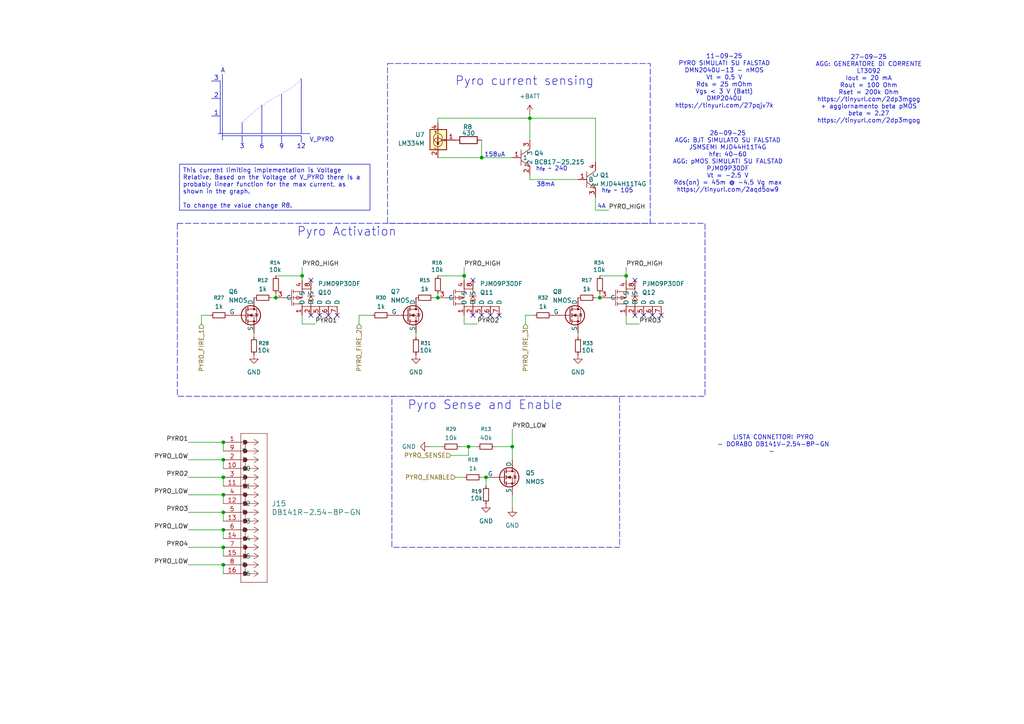
<source format=kicad_sch>
(kicad_sch (version 20250114) (generator "eeschema") (generator_version "9.0")
  (paper "A4")
  (title_block (title "Training Academy Board ") (date "2025-09-11") (rev "1.0") (company "Sapienza Rocket Team"))
  (lib_symbols
    (symbol "2025-09-27_12-32-40:DB141R-2.54-8P-GN" (pin_names (offset 0.254))
      (property "Reference" "J" (at 8.89 6.35 0))
      (property "Value" "DB141R-2.54-8P-GN" (at 0 0 0))
      (symbol "DB141R-2.54-8P-GN_1_1"
        (polyline (pts (xy 5.08 2.54) (xy 5.08 -40.64)) (stroke (width 0.127)))
        (polyline (pts (xy 5.08 -40.64) (xy 12.7 -40.64)) (stroke (width 0.127)))
        (polyline (pts (xy 6.35 0) (xy 6.35 -2.54)) (stroke (width 0.127)))
        (circle (center 6.35 0) (radius 0.127) (stroke (width 0.508)))
        (circle (center 6.35 -2.54) (radius 0.127) (stroke (width 0.508)))
        (polyline (pts (xy 6.35 -5.08) (xy 6.35 -7.62)) (stroke (width 0.127)))
        (circle (center 6.35 -5.08) (radius 0.127) (stroke (width 0.508)))
        (circle (center 6.35 -7.62) (radius 0.127) (stroke (width 0.508)))
        (polyline (pts (xy 6.35 -10.16) (xy 6.35 -12.7)) (stroke (width 0.127)))
        (circle (center 6.35 -10.16) (radius 0.127) (stroke (width 0.508)))
        (circle (center 6.35 -12.7) (radius 0.127) (stroke (width 0.508)))
        (polyline (pts (xy 6.35 -15.24) (xy 6.35 -17.78)) (stroke (width 0.127)))
        (circle (center 6.35 -15.24) (radius 0.127) (stroke (width 0.508)))
        (circle (center 6.35 -17.78) (radius 0.127) (stroke (width 0.508)))
        (polyline (pts (xy 6.35 -20.32) (xy 6.35 -22.86)) (stroke (width 0.127)))
        (circle (center 6.35 -20.32) (radius 0.127) (stroke (width 0.508)))
        (circle (center 6.35 -22.86) (radius 0.127) (stroke (width 0.508)))
        (polyline (pts (xy 6.35 -25.4) (xy 6.35 -27.94)) (stroke (width 0.127)))
        (circle (center 6.35 -25.4) (radius 0.127) (stroke (width 0.508)))
        (circle (center 6.35 -27.94) (radius 0.127) (stroke (width 0.508)))
        (polyline (pts (xy 6.35 -30.48) (xy 6.35 -33.02)) (stroke (width 0.127)))
        (circle (center 6.35 -30.48) (radius 0.127) (stroke (width 0.508)))
        (circle (center 6.35 -33.02) (radius 0.127) (stroke (width 0.508)))
        (polyline (pts (xy 6.35 -35.56) (xy 6.35 -38.1)) (stroke (width 0.127)))
        (circle (center 6.35 -35.56) (radius 0.127) (stroke (width 0.508)))
        (circle (center 6.35 -38.1) (radius 0.127) (stroke (width 0.508)))
        (polyline (pts (xy 10.16 0) (xy 5.08 0)) (stroke (width 0.127)))
        (polyline (pts (xy 10.16 0) (xy 8.89 0.8467)) (stroke (width 0.127)))
        (polyline (pts (xy 10.16 0) (xy 8.89 -0.8467)) (stroke (width 0.127)))
        (polyline (pts (xy 10.16 -2.54) (xy 5.08 -2.54)) (stroke (width 0.127)))
        (polyline (pts (xy 10.16 -2.54) (xy 8.89 -1.6933)) (stroke (width 0.127)))
        (polyline (pts (xy 10.16 -2.54) (xy 8.89 -3.3867)) (stroke (width 0.127)))
        (polyline (pts (xy 10.16 -5.08) (xy 5.08 -5.08)) (stroke (width 0.127)))
        (polyline (pts (xy 10.16 -5.08) (xy 8.89 -4.2333)) (stroke (width 0.127)))
        (polyline (pts (xy 10.16 -5.08) (xy 8.89 -5.9267)) (stroke (width 0.127)))
        (polyline (pts (xy 10.16 -7.62) (xy 5.08 -7.62)) (stroke (width 0.127)))
        (polyline (pts (xy 10.16 -7.62) (xy 8.89 -6.7733)) (stroke (width 0.127)))
        (polyline (pts (xy 10.16 -7.62) (xy 8.89 -8.4667)) (stroke (width 0.127)))
        (polyline (pts (xy 10.16 -10.16) (xy 5.08 -10.16)) (stroke (width 0.127)))
        (polyline (pts (xy 10.16 -10.16) (xy 8.89 -9.3133)) (stroke (width 0.127)))
        (polyline (pts (xy 10.16 -10.16) (xy 8.89 -11.0067)) (stroke (width 0.127)))
        (polyline (pts (xy 10.16 -12.7) (xy 5.08 -12.7)) (stroke (width 0.127)))
        (polyline (pts (xy 10.16 -12.7) (xy 8.89 -11.8533)) (stroke (width 0.127)))
        (polyline (pts (xy 10.16 -12.7) (xy 8.89 -13.5467)) (stroke (width 0.127)))
        (polyline (pts (xy 10.16 -15.24) (xy 5.08 -15.24)) (stroke (width 0.127)))
        (polyline (pts (xy 10.16 -15.24) (xy 8.89 -14.3933)) (stroke (width 0.127)))
        (polyline (pts (xy 10.16 -15.24) (xy 8.89 -16.0867)) (stroke (width 0.127)))
        (polyline (pts (xy 10.16 -17.78) (xy 5.08 -17.78)) (stroke (width 0.127)))
        (polyline (pts (xy 10.16 -17.78) (xy 8.89 -16.9333)) (stroke (width 0.127)))
        (polyline (pts (xy 10.16 -17.78) (xy 8.89 -18.6267)) (stroke (width 0.127)))
        (polyline (pts (xy 10.16 -20.32) (xy 5.08 -20.32)) (stroke (width 0.127)))
        (polyline (pts (xy 10.16 -20.32) (xy 8.89 -19.4733)) (stroke (width 0.127)))
        (polyline (pts (xy 10.16 -20.32) (xy 8.89 -21.1667)) (stroke (width 0.127)))
        (polyline (pts (xy 10.16 -22.86) (xy 5.08 -22.86)) (stroke (width 0.127)))
        (polyline (pts (xy 10.16 -22.86) (xy 8.89 -22.0133)) (stroke (width 0.127)))
        (polyline (pts (xy 10.16 -22.86) (xy 8.89 -23.7067)) (stroke (width 0.127)))
        (polyline (pts (xy 10.16 -25.4) (xy 5.08 -25.4)) (stroke (width 0.127)))
        (polyline (pts (xy 10.16 -25.4) (xy 8.89 -24.5533)) (stroke (width 0.127)))
        (polyline (pts (xy 10.16 -25.4) (xy 8.89 -26.2467)) (stroke (width 0.127)))
        (polyline (pts (xy 10.16 -27.94) (xy 5.08 -27.94)) (stroke (width 0.127)))
        (polyline (pts (xy 10.16 -27.94) (xy 8.89 -27.0933)) (stroke (width 0.127)))
        (polyline (pts (xy 10.16 -27.94) (xy 8.89 -28.7867)) (stroke (width 0.127)))
        (polyline (pts (xy 10.16 -30.48) (xy 5.08 -30.48)) (stroke (width 0.127)))
        (polyline (pts (xy 10.16 -30.48) (xy 8.89 -29.6333)) (stroke (width 0.127)))
        (polyline (pts (xy 10.16 -30.48) (xy 8.89 -31.3267)) (stroke (width 0.127)))
        (polyline (pts (xy 10.16 -33.02) (xy 5.08 -33.02)) (stroke (width 0.127)))
        (polyline (pts (xy 10.16 -33.02) (xy 8.89 -32.1733)) (stroke (width 0.127)))
        (polyline (pts (xy 10.16 -33.02) (xy 8.89 -33.8667)) (stroke (width 0.127)))
        (polyline (pts (xy 10.16 -35.56) (xy 5.08 -35.56)) (stroke (width 0.127)))
        (polyline (pts (xy 10.16 -35.56) (xy 8.89 -34.7133)) (stroke (width 0.127)))
        (polyline (pts (xy 10.16 -35.56) (xy 8.89 -36.4067)) (stroke (width 0.127)))
        (polyline (pts (xy 10.16 -38.1) (xy 5.08 -38.1)) (stroke (width 0.127)))
        (polyline (pts (xy 10.16 -38.1) (xy 8.89 -37.2533)) (stroke (width 0.127)))
        (polyline (pts (xy 10.16 -38.1) (xy 8.89 -38.9467)) (stroke (width 0.127)))
        (polyline (pts (xy 12.7 2.54) (xy 5.08 2.54)) (stroke (width 0.127)))
        (polyline (pts (xy 12.7 -40.64) (xy 12.7 2.54)) (stroke (width 0.127)))
        (pin unspecified line (at 0 0 0) (length 5.08) (name "1") (number "1"))
        (pin unspecified line (at 0 -2.54 0) (length 5.08) (name "9") (number "9"))
        (pin unspecified line (at 0 -5.08 0) (length 5.08) (name "2") (number "2"))
        (pin unspecified line (at 0 -7.62 0) (length 5.08) (name "10") (number "10"))
        (pin unspecified line (at 0 -10.16 0) (length 5.08) (name "3") (number "3"))
        (pin unspecified line (at 0 -12.7 0) (length 5.08) (name "11") (number "11"))
        (pin unspecified line (at 0 -15.24 0) (length 5.08) (name "4") (number "4"))
        (pin unspecified line (at 0 -17.78 0) (length 5.08) (name "12") (number "12"))
        (pin unspecified line (at 0 -20.32 0) (length 5.08) (name "5") (number "5"))
        (pin unspecified line (at 0 -22.86 0) (length 5.08) (name "13") (number "13"))
        (pin unspecified line (at 0 -25.4 0) (length 5.08) (name "6") (number "6"))
        (pin unspecified line (at 0 -27.94 0) (length 5.08) (name "14") (number "14"))
        (pin unspecified line (at 0 -30.48 0) (length 5.08) (name "7") (number "7"))
        (pin unspecified line (at 0 -33.02 0) (length 5.08) (name "15") (number "15"))
        (pin unspecified line (at 0 -35.56 0) (length 5.08) (name "8") (number "8"))
        (pin unspecified line (at 0 -38.1 0) (length 5.08) (name "16") (number "16"))
      )
      (symbol "DB141R-2.54-8P-GN_1_2"
        (polyline (pts (xy 5.08 2.54) (xy 5.08 -40.64)) (stroke (width 0.127)))
        (polyline (pts (xy 5.08 -40.64) (xy 12.7 -40.64)) (stroke (width 0.127)))
        (polyline (pts (xy 6.35 0) (xy 6.35 -2.54)) (stroke (width 0.127)))
        (circle (center 6.35 0) (radius 0.127) (stroke (width 0.508)))
        (circle (center 6.35 -2.54) (radius 0.127) (stroke (width 0.508)))
        (polyline (pts (xy 6.35 -5.08) (xy 6.35 -7.62)) (stroke (width 0.127)))
        (circle (center 6.35 -5.08) (radius 0.127) (stroke (width 0.508)))
        (circle (center 6.35 -7.62) (radius 0.127) (stroke (width 0.508)))
        (polyline (pts (xy 6.35 -10.16) (xy 6.35 -12.7)) (stroke (width 0.127)))
        (circle (center 6.35 -10.16) (radius 0.127) (stroke (width 0.508)))
        (circle (center 6.35 -12.7) (radius 0.127) (stroke (width 0.508)))
        (polyline (pts (xy 6.35 -15.24) (xy 6.35 -17.78)) (stroke (width 0.127)))
        (circle (center 6.35 -15.24) (radius 0.127) (stroke (width 0.508)))
        (circle (center 6.35 -17.78) (radius 0.127) (stroke (width 0.508)))
        (polyline (pts (xy 6.35 -20.32) (xy 6.35 -22.86)) (stroke (width 0.127)))
        (circle (center 6.35 -20.32) (radius 0.127) (stroke (width 0.508)))
        (circle (center 6.35 -22.86) (radius 0.127) (stroke (width 0.508)))
        (polyline (pts (xy 6.35 -25.4) (xy 6.35 -27.94)) (stroke (width 0.127)))
        (circle (center 6.35 -25.4) (radius 0.127) (stroke (width 0.508)))
        (circle (center 6.35 -27.94) (radius 0.127) (stroke (width 0.508)))
        (polyline (pts (xy 6.35 -30.48) (xy 6.35 -33.02)) (stroke (width 0.127)))
        (circle (center 6.35 -30.48) (radius 0.127) (stroke (width 0.508)))
        (circle (center 6.35 -33.02) (radius 0.127) (stroke (width 0.508)))
        (polyline (pts (xy 6.35 -35.56) (xy 6.35 -38.1)) (stroke (width 0.127)))
        (circle (center 6.35 -35.56) (radius 0.127) (stroke (width 0.508)))
        (circle (center 6.35 -38.1) (radius 0.127) (stroke (width 0.508)))
        (polyline (pts (xy 7.62 0) (xy 5.08 0)) (stroke (width 0.127)))
        (polyline (pts (xy 7.62 0) (xy 8.89 0.8467)) (stroke (width 0.127)))
        (polyline (pts (xy 7.62 0) (xy 8.89 -0.8467)) (stroke (width 0.127)))
        (polyline (pts (xy 7.62 -2.54) (xy 5.08 -2.54)) (stroke (width 0.127)))
        (polyline (pts (xy 7.62 -2.54) (xy 8.89 -1.6933)) (stroke (width 0.127)))
        (polyline (pts (xy 7.62 -2.54) (xy 8.89 -3.3867)) (stroke (width 0.127)))
        (polyline (pts (xy 7.62 -5.08) (xy 5.08 -5.08)) (stroke (width 0.127)))
        (polyline (pts (xy 7.62 -5.08) (xy 8.89 -4.2333)) (stroke (width 0.127)))
        (polyline (pts (xy 7.62 -5.08) (xy 8.89 -5.9267)) (stroke (width 0.127)))
        (polyline (pts (xy 7.62 -7.62) (xy 5.08 -7.62)) (stroke (width 0.127)))
        (polyline (pts (xy 7.62 -7.62) (xy 8.89 -6.7733)) (stroke (width 0.127)))
        (polyline (pts (xy 7.62 -7.62) (xy 8.89 -8.4667)) (stroke (width 0.127)))
        (polyline (pts (xy 7.62 -10.16) (xy 5.08 -10.16)) (stroke (width 0.127)))
        (polyline (pts (xy 7.62 -10.16) (xy 8.89 -9.3133)) (stroke (width 0.127)))
        (polyline (pts (xy 7.62 -10.16) (xy 8.89 -11.0067)) (stroke (width 0.127)))
        (polyline (pts (xy 7.62 -12.7) (xy 5.08 -12.7)) (stroke (width 0.127)))
        (polyline (pts (xy 7.62 -12.7) (xy 8.89 -11.8533)) (stroke (width 0.127)))
        (polyline (pts (xy 7.62 -12.7) (xy 8.89 -13.5467)) (stroke (width 0.127)))
        (polyline (pts (xy 7.62 -15.24) (xy 5.08 -15.24)) (stroke (width 0.127)))
        (polyline (pts (xy 7.62 -15.24) (xy 8.89 -14.3933)) (stroke (width 0.127)))
        (polyline (pts (xy 7.62 -15.24) (xy 8.89 -16.0867)) (stroke (width 0.127)))
        (polyline (pts (xy 7.62 -17.78) (xy 5.08 -17.78)) (stroke (width 0.127)))
        (polyline (pts (xy 7.62 -17.78) (xy 8.89 -16.9333)) (stroke (width 0.127)))
        (polyline (pts (xy 7.62 -17.78) (xy 8.89 -18.6267)) (stroke (width 0.127)))
        (polyline (pts (xy 7.62 -20.32) (xy 5.08 -20.32)) (stroke (width 0.127)))
        (polyline (pts (xy 7.62 -20.32) (xy 8.89 -19.4733)) (stroke (width 0.127)))
        (polyline (pts (xy 7.62 -20.32) (xy 8.89 -21.1667)) (stroke (width 0.127)))
        (polyline (pts (xy 7.62 -22.86) (xy 5.08 -22.86)) (stroke (width 0.127)))
        (polyline (pts (xy 7.62 -22.86) (xy 8.89 -22.0133)) (stroke (width 0.127)))
        (polyline (pts (xy 7.62 -22.86) (xy 8.89 -23.7067)) (stroke (width 0.127)))
        (polyline (pts (xy 7.62 -25.4) (xy 5.08 -25.4)) (stroke (width 0.127)))
        (polyline (pts (xy 7.62 -25.4) (xy 8.89 -24.5533)) (stroke (width 0.127)))
        (polyline (pts (xy 7.62 -25.4) (xy 8.89 -26.2467)) (stroke (width 0.127)))
        (polyline (pts (xy 7.62 -27.94) (xy 5.08 -27.94)) (stroke (width 0.127)))
        (polyline (pts (xy 7.62 -27.94) (xy 8.89 -27.0933)) (stroke (width 0.127)))
        (polyline (pts (xy 7.62 -27.94) (xy 8.89 -28.7867)) (stroke (width 0.127)))
        (polyline (pts (xy 7.62 -30.48) (xy 5.08 -30.48)) (stroke (width 0.127)))
        (polyline (pts (xy 7.62 -30.48) (xy 8.89 -29.6333)) (stroke (width 0.127)))
        (polyline (pts (xy 7.62 -30.48) (xy 8.89 -31.3267)) (stroke (width 0.127)))
        (polyline (pts (xy 7.62 -33.02) (xy 5.08 -33.02)) (stroke (width 0.127)))
        (polyline (pts (xy 7.62 -33.02) (xy 8.89 -32.1733)) (stroke (width 0.127)))
        (polyline (pts (xy 7.62 -33.02) (xy 8.89 -33.8667)) (stroke (width 0.127)))
        (polyline (pts (xy 7.62 -35.56) (xy 5.08 -35.56)) (stroke (width 0.127)))
        (polyline (pts (xy 7.62 -35.56) (xy 8.89 -34.7133)) (stroke (width 0.127)))
        (polyline (pts (xy 7.62 -35.56) (xy 8.89 -36.4067)) (stroke (width 0.127)))
        (polyline (pts (xy 7.62 -38.1) (xy 5.08 -38.1)) (stroke (width 0.127)))
        (polyline (pts (xy 7.62 -38.1) (xy 8.89 -37.2533)) (stroke (width 0.127)))
        (polyline (pts (xy 7.62 -38.1) (xy 8.89 -38.9467)) (stroke (width 0.127)))
        (polyline (pts (xy 12.7 2.54) (xy 5.08 2.54)) (stroke (width 0.127)))
        (polyline (pts (xy 12.7 -40.64) (xy 12.7 2.54)) (stroke (width 0.127)))
        (pin unspecified line (at 0 0 0) (length 5.08) (name "1") (number "1"))
        (pin unspecified line (at 0 -2.54 0) (length 5.08) (name "9") (number "9"))
        (pin unspecified line (at 0 -5.08 0) (length 5.08) (name "2") (number "2"))
        (pin unspecified line (at 0 -7.62 0) (length 5.08) (name "10") (number "10"))
        (pin unspecified line (at 0 -10.16 0) (length 5.08) (name "3") (number "3"))
        (pin unspecified line (at 0 -12.7 0) (length 5.08) (name "11") (number "11"))
        (pin unspecified line (at 0 -15.24 0) (length 5.08) (name "4") (number "4"))
        (pin unspecified line (at 0 -17.78 0) (length 5.08) (name "12") (number "12"))
        (pin unspecified line (at 0 -20.32 0) (length 5.08) (name "5") (number "5"))
        (pin unspecified line (at 0 -22.86 0) (length 5.08) (name "13") (number "13"))
        (pin unspecified line (at 0 -25.4 0) (length 5.08) (name "6") (number "6"))
        (pin unspecified line (at 0 -27.94 0) (length 5.08) (name "14") (number "14"))
        (pin unspecified line (at 0 -30.48 0) (length 5.08) (name "7") (number "7"))
        (pin unspecified line (at 0 -33.02 0) (length 5.08) (name "15") (number "15"))
        (pin unspecified line (at 0 -35.56 0) (length 5.08) (name "8") (number "8"))
        (pin unspecified line (at 0 -38.1 0) (length 5.08) (name "16") (number "16"))
      )
    )
    (symbol "BC817-25:BC817-25,215"
      (property "Reference" "Q" (at 0 10.16 0))
      (property "Value" "BC817-25,215" (at 0 -10.16 0))
      (symbol "BC817-25,215_0_1"
        (polyline (pts (xy 0 2.29) (xy 0 -2.29)))
        (polyline (pts (xy 0 -0.76) (xy 2.54 -2.54)))
        (polyline (pts (xy 2.54 2.54) (xy 0 0.76)))
        (polyline (pts (xy 2.54 -2.54) (xy 1.78 -1.27) (xy 1.02 -2.29) (xy 2.54 -2.54)) (fill (type background)))
        (pin input line (at -2.54 0 0) (length 2.54) (name "1") (number "1"))
        (pin input line (at 2.54 5.08 270) (length 2.54) (name "3") (number "3"))
        (pin input line (at 2.54 -5.08 90) (length 2.54) (name "2") (number "2"))
      )
    )
    (symbol "Device:R" (pin_numbers (hide yes)) (pin_names (offset 0))
      (property "Reference" "R" (at 2.032 0 90))
      (property "Value" "R" (at 0 0 90))
      (symbol "R_0_1"
        (rectangle (start -1.016 -2.54) (end 1.016 2.54) (stroke (width 0.254)))
      )
      (symbol "R_1_1"
        (pin passive line (at 0 3.81 270) (length 1.27) (name "~") (number "1"))
        (pin passive line (at 0 -3.81 90) (length 1.27) (name "~") (number "2"))
      )
    )
    (symbol "Device:R_Small" (pin_numbers (hide yes)) (pin_names (offset 0.254) (hide yes))
      (property "Reference" "R" (at 0 0 90))
      (property "Value" "R_Small" (at 1.778 0 90))
      (symbol "R_Small_0_1"
        (rectangle (start -0.762 1.778) (end 0.762 -1.778) (stroke (width 0.2032)))
      )
      (symbol "R_Small_1_1"
        (pin passive line (at 0 2.54 270) (length 0.762) (name "~") (number "1"))
        (pin passive line (at 0 -2.54 90) (length 0.762) (name "~") (number "2"))
      )
    )
    (symbol "Reference_Current:LM334M"
      (property "Reference" "U" (at 0.635 6.35 0))
      (property "Value" "LM334M" (at 0.635 4.445 0))
      (symbol "LM334M_0_1"
        (rectangle (start -2.286 3.048) (end 2.54 -2.794) (stroke (width 0.254)) (fill (type background)))
        (polyline (pts (xy -1.143 -2.413) (xy -0.381 -2.413)))
        (polyline (pts (xy -1.016 2.413) (xy -0.254 2.413)))
        (polyline (pts (xy -0.635 2.794) (xy -0.635 2.032)))
        (polyline (pts (xy 0 3.81) (xy 0 1.905)))
        (polyline (pts (xy 0 1.397) (xy 0 -1.397)) (stroke (width 0.254)))
        (circle (center 0 0.635) (radius 1.27))
        (circle (center 0 -0.635) (radius 1.27))
        (polyline (pts (xy 0 -1.397) (xy -0.254 -0.889) (xy 0.254 -0.889) (xy 0 -1.397)) (stroke (width 0.254)))
        (polyline (pts (xy 0 -1.905) (xy 0 -3.175)))
        (polyline (pts (xy 1.27 0) (xy 2.159 0.254) (xy 2.159 -0.254) (xy 1.27 0)))
        (polyline (pts (xy 5.08 0) (xy 1.27 0)))
      )
      (symbol "LM334M_1_1"
        (pin passive line (at 0 5.08 270) (length 2.54) (name "~") (number "4"))
        (pin passive line (at 0 -5.08 90) (length 2.54) (name "~") (number "2"))
        (pin passive line (at 0 -5.08 90) (length 2.54) (hide yes) (name "~") (number "3"))
        (pin passive line (at 0 -5.08 90) (length 2.54) (hide yes) (name "~") (number "6"))
        (pin passive line (at 0 -5.08 90) (length 2.54) (hide yes) (name "~") (number "7"))
        (pin passive line (at 5.08 0 180) (length 2.54) (name "~") (number "1"))
      )
    )
    (symbol "Simulation_SPICE:NMOS" (pin_numbers (hide yes)) (pin_names (offset 0))
      (property "Reference" "Q" (at 5.08 1.27 0))
      (property "Value" "NMOS" (at 5.08 -1.27 0))
      (symbol "NMOS_0_1"
        (polyline (pts (xy 0.254 1.905) (xy 0.254 -1.905)) (stroke (width 0.254)))
        (polyline (pts (xy 0.254 0) (xy -2.54 0)))
        (polyline (pts (xy 0.762 2.286) (xy 0.762 1.27)) (stroke (width 0.254)))
        (polyline (pts (xy 0.762 0.508) (xy 0.762 -0.508)) (stroke (width 0.254)))
        (polyline (pts (xy 0.762 -1.27) (xy 0.762 -2.286)) (stroke (width 0.254)))
        (polyline (pts (xy 0.762 -1.778) (xy 3.302 -1.778) (xy 3.302 1.778) (xy 0.762 1.778)))
        (polyline (pts (xy 1.016 0) (xy 2.032 0.381) (xy 2.032 -0.381) (xy 1.016 0)) (fill (type outline)))
        (circle (center 1.651 0) (radius 2.794) (stroke (width 0.254)))
        (polyline (pts (xy 2.54 2.54) (xy 2.54 1.778)))
        (circle (center 2.54 1.778) (radius 0.254) (fill (type outline)))
        (circle (center 2.54 -1.778) (radius 0.254) (fill (type outline)))
        (polyline (pts (xy 2.54 -2.54) (xy 2.54 0) (xy 0.762 0)))
        (polyline (pts (xy 2.794 0.508) (xy 2.921 0.381) (xy 3.683 0.381) (xy 3.81 0.254)))
        (polyline (pts (xy 3.302 0.381) (xy 2.921 -0.254) (xy 3.683 -0.254) (xy 3.302 0.381)))
      )
      (symbol "NMOS_1_1"
        (pin input line (at -5.08 0 0) (length 2.54) (name "G") (number "2"))
        (pin passive line (at 2.54 5.08 270) (length 2.54) (name "D") (number "1"))
        (pin passive line (at 2.54 -5.08 90) (length 2.54) (name "S") (number "3"))
      )
    )
    (symbol "WF5803F:MJD44H11T4G"
      (property "Reference" "Q" (at 0 10.16 0))
      (property "Value" "MJD44H11T4G" (at 0 -10.16 0))
      (symbol "MJD44H11T4G_0_1"
        (polyline (pts (xy 0 2.29) (xy 0 -2.29)))
        (polyline (pts (xy 0 -0.76) (xy 2.54 -2.54)))
        (polyline (pts (xy 2.54 2.54) (xy 0 0.76)))
        (polyline (pts (xy 2.54 -2.54) (xy 1.78 -1.27) (xy 1.02 -2.29) (xy 2.54 -2.54)) (fill (type background)))
        (pin unspecified line (at -2.54 0 0) (length 2.54) (name "B") (number "1"))
        (pin unspecified line (at 2.54 5.08 270) (length 2.54) (name "C") (number "4"))
        (pin unspecified line (at 2.54 -5.08 90) (length 2.54) (name "E") (number "3"))
      )
    )
    (symbol "WF5803F:PJM09P30DF"
      (property "Reference" "Q" (at 0 10.16 0))
      (property "Value" "PJM09P30DF" (at 0 -10.16 0))
      (symbol "PJM09P30DF_0_1"
        (polyline (pts (xy -5.08 0) (xy -3.05 0)))
        (polyline (pts (xy -3.05 2.29) (xy -3.05 -2.29)))
        (polyline (pts (xy -2.54 2.29) (xy -2.54 1.27)))
        (polyline (pts (xy -2.54 1.78) (xy 0 1.78) (xy 0 2.54) (xy 2.54 2.54) (xy 10.16 2.54) (xy 2.54 2.54) (xy 2.54 0.51)))
        (polyline (pts (xy -2.54 0) (xy 0 0) (xy 0 -2.54) (xy 2.54 -2.54) (xy 2.54 -2.54) (xy 2.54 0)))
        (polyline (pts (xy -2.54 -0.51) (xy -2.54 0.51)))
        (polyline (pts (xy -2.54 -2.29) (xy -2.54 -1.27)))
        (polyline (pts (xy 0 0) (xy -1.52 0.51) (xy -1.52 -0.51) (xy 0 0)) (fill (type background)))
        (polyline (pts (xy 0 -1.78) (xy -2.54 -1.78)))
        (polyline (pts (xy 1.52 -0.51) (xy 2.03 -0.51) (xy 3.05 -0.51) (xy 3.56 -0.51)))
        (polyline (pts (xy 2.54 -0.51) (xy 3.3 0.76) (xy 1.78 0.76) (xy 2.54 -0.51)) (fill (type background)))
        (pin unspecified line (at -7.62 0 0) (length 2.54) (name "G") (number "3"))
        (pin unspecified line (at 0 5.08 270) (length 2.54) (name "D") (number "1"))
        (pin unspecified line (at 0 -5.08 90) (length 2.54) (name "S") (number "4"))
        (pin unspecified line (at 2.54 5.08 270) (length 2.54) (name "D") (number "2"))
        (pin unspecified line (at 2.54 -5.08 90) (length 2.54) (name "S") (number "8"))
        (pin unspecified line (at 5.08 5.08 270) (length 2.54) (name "D") (number "5"))
        (pin unspecified line (at 7.62 5.08 270) (length 2.54) (name "D") (number "6"))
        (pin unspecified line (at 10.16 5.08 270) (length 2.54) (name "D") (number "7"))
      )
    )
    (symbol "power:+BATT" (power) (pin_numbers (hide yes)) (pin_names (offset 0) (hide yes))
      (property "Value" "+BATT" (at 0 3.556 0))
      (symbol "+BATT_0_1"
        (polyline (pts (xy -0.762 1.27) (xy 0 2.54)))
        (polyline (pts (xy 0 2.54) (xy 0.762 1.27)))
        (polyline (pts (xy 0 0) (xy 0 2.54)))
      )
      (symbol "+BATT_1_1"
        (pin power_in line (at 0 0 90) (length 0) (name "~") (number "1"))
      )
    )
    (symbol "power:GND" (power) (pin_numbers (hide yes)) (pin_names (offset 0) (hide yes))
      (property "Value" "GND" (at 0 -3.81 0))
      (symbol "GND_0_1"
        (polyline (pts (xy 0 0) (xy 0 -1.27) (xy 1.27 -1.27) (xy 0 -2.54) (xy -1.27 -1.27) (xy 0 -1.27)))
      )
      (symbol "GND_1_1"
        (pin power_in line (at 0 0 270) (length 0) (name "~") (number "1"))
      )
    )
  )
  (bezier (pts (xy 70.231 35.56) (xy 78.486 27.305) (xy 82.931 27.94) (xy 87.376 22.86)) (stroke (width 0) (type dot) (color 7 15 255 1)))
  (rectangle (start 51.435 64.77) (end 204.47 114.935) (stroke (width 0) (type dash)))
  (rectangle (start 113.665 114.935) (end 179.705 158.75) (stroke (width 0) (type dash)))
  (rectangle (start 112.395 18.415) (end 188.595 64.77) (stroke (width 0) (type dash)))
  (text "6" (at 75.946 42.545 0) (effects (font (size 1.27 1.27))))
  (text "12" (at 87.376 42.545 0) (effects (font (size 1.27 1.27))))
  (text "LISTA CONNETTORI PYRO\n- DORABO DB141V-2.54-8P-GN\n- " (at 224.282 129.032 0) (effects (font (size 1.27 1.27))))
  (text "27-09-25\nAGG: GENERATORE DI CORRENTE\nLT3092\nIout = 20 mA\nRout = 100 Ohm\nRset = 200k Ohm\nhttps://tinyurl.com/2dp3mgog\n+ aggiornamento beta pMOS\nbeta = 2.27\nhttps://tinyurl.com/2dp3mgog" (at 251.968 25.908 0) (effects (font (size 1.27 1.27))))
  (text "11-09-25\nPYRO SIMULATI SU FALSTAD\nDMN2040U-13 - nMOS\nVt = 0.5 V\nRds = 25 mOhm\nVgs < 3 V (Batt)\nDMP2040U\nhttps://tinyurl.com/27pqjv7k" (at 210.058 23.622 0) (effects (font (size 1.27 1.27))))
  (text "h_{fe} ~ 105" (at 179.07 55.372 0) (effects (font (size 1.27 1.27))))
  (text "Pyro Activation" (at 100.584 67.31 0) (effects (font (size 2.54 2.54))))
  (text "1" (at 62.738 32.893 0) (effects (font (size 1.27 1.27))))
  (text "3" (at 70.231 42.545 0) (effects (font (size 1.27 1.27))))
  (text "A" (at 64.643 20.574 0) (effects (font (size 1.27 1.27))))
  (text "2" (at 62.738 27.813 0) (effects (font (size 1.27 1.27))))
  (text "Pyro Sense and Enable\n" (at 140.716 117.602 0) (effects (font (size 2.54 2.54))))
  (text "Pyro current sensing" (at 152.146 23.622 0) (effects (font (size 2.54 2.54))))
  (text "38mA" (at 158.242 53.594 0) (effects (font (size 1.27 1.27))))
  (text "158uA" (at 143.51 44.958 0) (effects (font (size 1.27 1.27))))
  (text "h_{fe} ~ 240" (at 160.02 49.022 0) (effects (font (size 1.27 1.27))))
  (text "26-09-25\nAGG: BJT SIMULATO SU FALSTAD\nJSMSEMI MJD44H11T4G\nhfe: 40-60\nAGG: pMOS SIMULATI SU FALSTAD\nPJM09P30DF\nVt = -2.5 V\nRds(on) = 45m @ -4.5 Vg max\nhttps://tinyurl.com/2aqd5ow9" (at 211.074 46.99 0) (effects (font (size 1.27 1.27))))
  (text "9" (at 81.661 42.545 0) (effects (font (size 1.27 1.27))))
  (text "V_PYRO\n" (at 93.345 40.64 0) (effects (font (size 1.27 1.27))))
  (text "4A" (at 174.498 59.944 0) (effects (font (size 1.27 1.27))))
  (text "3" (at 62.738 22.733 0) (effects (font (size 1.27 1.27))))
  (text_box "This current limiting implementation is Voltage Relative. Based on the Voltage of V_PYRO there is a probably linear function for the max current, as shown in the graph.\n\nTo change the value change R8." (at 52.07 47.625 0) (size 55.245 13.335) (margins 0.9525 0.9525 0.9525 0.9525) (effects (font (size 1.27 1.27)) (justify left top)))
  (junction (at 127 86.36))
  (junction (at 140.97 138.43))
  (junction (at 64.77 153.67))
  (junction (at 135.89 129.54))
  (junction (at 64.77 148.59))
  (junction (at 80.01 86.36))
  (junction (at 134.62 80.01))
  (junction (at 64.77 158.75))
  (junction (at 139.7 45.72))
  (junction (at 64.77 138.43))
  (junction (at 87.63 80.01))
  (junction (at 148.59 129.54))
  (junction (at 64.77 163.83))
  (junction (at 64.77 133.35))
  (junction (at 153.67 34.29))
  (junction (at 64.77 128.27))
  (junction (at 64.77 143.51))
  (junction (at 181.61 80.01))
  (junction (at 173.99 86.36))
  (no_connect (at 90.17 81.28))
  (no_connect (at 184.15 81.28))
  (no_connect (at 142.24 91.44))
  (no_connect (at 184.15 91.44))
  (no_connect (at 186.69 91.44))
  (no_connect (at 137.16 91.44))
  (no_connect (at 92.71 91.44))
  (no_connect (at 137.16 81.28))
  (no_connect (at 95.25 91.44))
  (no_connect (at 191.77 91.44))
  (no_connect (at 189.23 91.44))
  (no_connect (at 97.79 91.44))
  (no_connect (at 144.78 91.44))
  (no_connect (at 90.17 91.44))
  (no_connect (at 139.7 91.44))
  (wire (pts (xy 172.72 86.36) (xy 173.99 86.36)))
  (wire (pts (xy 87.63 93.98) (xy 91.44 93.98)))
  (polyline (pts (xy 87.376 22.86) (xy 87.376 38.735)))
  (polyline (pts (xy 61.341 28.575) (xy 63.881 28.575)))
  (wire (pts (xy 104.14 91.44) (xy 107.95 91.44)))
  (polyline (pts (xy 70.231 39.37) (xy 70.231 41.275)))
  (wire (pts (xy 87.63 80.01) (xy 87.63 81.28)))
  (polyline (pts (xy 81.661 39.37) (xy 81.661 41.275)))
  (wire (pts (xy 132.08 138.43) (xy 134.62 138.43)))
  (wire (pts (xy 127 45.72) (xy 139.7 45.72)))
  (wire (pts (xy 167.64 96.52) (xy 167.64 97.79)))
  (polyline (pts (xy 61.341 33.655) (xy 63.881 33.655)))
  (wire (pts (xy 64.77 153.67) (xy 64.77 156.21)))
  (wire (pts (xy 64.77 143.51) (xy 64.77 146.05)))
  (wire (pts (xy 87.63 77.47) (xy 87.63 80.01)))
  (wire (pts (xy 152.4 93.98) (xy 152.4 91.44)))
  (wire (pts (xy 58.42 93.98) (xy 58.42 91.44)))
  (wire (pts (xy 78.74 86.36) (xy 80.01 86.36)))
  (wire (pts (xy 130.81 132.08) (xy 135.89 132.08)))
  (wire (pts (xy 64.77 128.27) (xy 64.77 130.81)))
  (wire (pts (xy 139.7 40.64) (xy 139.7 45.72)))
  (wire (pts (xy 152.4 91.44) (xy 154.94 91.44)))
  (wire (pts (xy 64.77 163.83) (xy 64.77 166.37)))
  (polyline (pts (xy 63.881 33.655) (xy 63.881 38.735)))
  (wire (pts (xy 54.61 133.35) (xy 64.77 133.35)))
  (wire (pts (xy 153.67 50.8) (xy 153.67 52.07)))
  (wire (pts (xy 173.99 85.09) (xy 173.99 86.36)))
  (polyline (pts (xy 81.661 27.305) (xy 81.661 38.735)))
  (polyline (pts (xy 63.246 38.735) (xy 89.916 38.735)))
  (wire (pts (xy 181.61 77.47) (xy 181.61 80.01)))
  (polyline (pts (xy 63.881 28.575) (xy 63.881 33.655)))
  (polyline (pts (xy 64.516 21.59) (xy 64.516 40.64)))
  (wire (pts (xy 173.99 80.01) (xy 181.61 80.01)))
  (wire (pts (xy 148.59 129.54) (xy 148.59 124.46)))
  (wire (pts (xy 148.59 147.32) (xy 148.59 143.51)))
  (wire (pts (xy 133.35 129.54) (xy 135.89 129.54)))
  (wire (pts (xy 139.7 45.72) (xy 148.59 45.72)))
  (wire (pts (xy 134.62 77.47) (xy 134.62 80.01)))
  (wire (pts (xy 172.72 60.96) (xy 176.53 60.96)))
  (wire (pts (xy 153.67 34.29) (xy 153.67 40.64)))
  (wire (pts (xy 54.61 153.67) (xy 64.77 153.67)))
  (polyline (pts (xy 70.231 35.56) (xy 70.231 38.735)))
  (wire (pts (xy 127 34.29) (xy 153.67 34.29)))
  (polyline (pts (xy 75.946 30.48) (xy 75.946 38.735)))
  (wire (pts (xy 172.72 34.29) (xy 172.72 46.99)))
  (wire (pts (xy 135.89 132.08) (xy 135.89 129.54)))
  (wire (pts (xy 153.67 33.02) (xy 153.67 34.29)))
  (wire (pts (xy 104.14 93.98) (xy 104.14 91.44)))
  (polyline (pts (xy 61.341 23.495) (xy 63.881 23.495)))
  (wire (pts (xy 64.77 133.35) (xy 64.77 135.89)))
  (wire (pts (xy 54.61 148.59) (xy 64.77 148.59)))
  (wire (pts (xy 143.51 129.54) (xy 148.59 129.54)))
  (wire (pts (xy 127 80.01) (xy 134.62 80.01)))
  (wire (pts (xy 181.61 93.98) (xy 185.42 93.98)))
  (wire (pts (xy 64.77 138.43) (xy 64.77 140.97)))
  (polyline (pts (xy 87.376 39.37) (xy 87.376 41.275)))
  (wire (pts (xy 124.46 129.54) (xy 128.27 129.54)))
  (wire (pts (xy 181.61 91.44) (xy 181.61 93.98)))
  (polyline (pts (xy 81.661 39.37) (xy 87.376 39.37)))
  (wire (pts (xy 54.61 138.43) (xy 64.77 138.43)))
  (wire (pts (xy 172.72 34.29) (xy 153.67 34.29)))
  (wire (pts (xy 54.61 143.51) (xy 64.77 143.51)))
  (wire (pts (xy 134.62 80.01) (xy 134.62 81.28)))
  (wire (pts (xy 87.63 91.44) (xy 87.63 93.98)))
  (polyline (pts (xy 63.881 23.495) (xy 63.881 28.575)))
  (polyline (pts (xy 64.516 39.37) (xy 70.231 39.37)))
  (wire (pts (xy 120.65 96.52) (xy 120.65 97.79)))
  (wire (pts (xy 127 85.09) (xy 127 86.36)))
  (wire (pts (xy 54.61 163.83) (xy 64.77 163.83)))
  (wire (pts (xy 139.7 138.43) (xy 140.97 138.43)))
  (wire (pts (xy 80.01 80.01) (xy 87.63 80.01)))
  (wire (pts (xy 54.61 158.75) (xy 64.77 158.75)))
  (wire (pts (xy 134.62 93.98) (xy 138.43 93.98)))
  (wire (pts (xy 64.77 158.75) (xy 64.77 161.29)))
  (polyline (pts (xy 70.231 39.37) (xy 75.946 39.37)))
  (wire (pts (xy 153.67 52.07) (xy 167.64 52.07)))
  (wire (pts (xy 148.59 129.54) (xy 148.59 133.35)))
  (wire (pts (xy 127 35.56) (xy 127 34.29)))
  (wire (pts (xy 80.01 85.09) (xy 80.01 86.36)))
  (wire (pts (xy 172.72 57.15) (xy 172.72 60.96)))
  (wire (pts (xy 181.61 80.01) (xy 181.61 81.28)))
  (wire (pts (xy 73.66 96.52) (xy 73.66 97.79)))
  (wire (pts (xy 134.62 91.44) (xy 134.62 93.98)))
  (wire (pts (xy 125.73 86.36) (xy 127 86.36)))
  (wire (pts (xy 54.61 128.27) (xy 64.77 128.27)))
  (wire (pts (xy 64.77 148.59) (xy 64.77 151.13)))
  (polyline (pts (xy 75.946 39.37) (xy 81.661 39.37)))
  (wire (pts (xy 140.97 140.97) (xy 140.97 138.43)))
  (wire (pts (xy 58.42 91.44) (xy 60.96 91.44)))
  (polyline (pts (xy 75.946 39.37) (xy 75.946 41.275)))
  (wire (pts (xy 135.89 129.54) (xy 138.43 129.54)))
  (label "PYRO_LOW" (at 54.61 153.67 180))
  (label "PYRO3" (at 185.42 93.98 0))
  (label "PYRO_LOW" (at 54.61 143.51 180))
  (label "PYRO_HIGH" (at 181.61 77.47 0))
  (label "PYRO_HIGH" (at 134.62 77.47 0))
  (label "PYRO2" (at 54.61 138.43 180))
  (label "PYRO2" (at 138.43 93.98 0))
  (label "PYRO3" (at 54.61 148.59 180))
  (label "PYRO4" (at 54.61 158.75 180))
  (label "PYRO_LOW" (at 54.61 163.83 180))
  (label "PYRO1" (at 91.44 93.98 0))
  (label "PYRO_HIGH" (at 176.53 60.96 0))
  (label "PYRO_HIGH" (at 87.63 77.47 0))
  (label "PYRO_LOW" (at 54.61 133.35 180))
  (label "PYRO1" (at 54.61 128.27 180))
  (label "PYRO_LOW" (at 148.59 124.46 0))
  (hierarchical_label "PYRO_FIRE_2" (shape input) (at 104.14 93.98 270))
  (hierarchical_label "PYRO_FIRE_1" (shape input) (at 58.42 93.98 270))
  (hierarchical_label "PYRO_SENSE" (shape input) (at 130.81 132.08 180))
  (hierarchical_label "PYRO_FIRE_3" (shape input) (at 152.4 93.98 270))
  (hierarchical_label "PYRO_ENABLE" (shape input) (at 132.08 138.43 180))
  (symbol (lib_id "power:+BATT") (at 153.67 33.02 0) (unit 1)
    (property "Reference" "#PWR067" (effects (hide yes)))
    (property "Value" "+BATT" (at 153.67 27.94 0))
    (property "Description" "Power symbol creates a global label with name \"+BATT\"" (effects (hide yes)))
  )
  (symbol (lib_id "Device:R_Small") (at 123.19 86.36 90) (unit 1)
    (property "Reference" "R15" (at 123.19 81.28 90) (effects (font (size 1.016 1.016))))
    (property "Value" "1k" (at 123.19 83.82 90))
    (property "Footprint" "Resistor_SMD:R_0603_1608Metric_Pad0.98x0.95mm_HandSolder" (effects (hide yes)))
    (property "Description" "Resistor, small symbol" (effects (hide yes)))
  )
  (symbol (lib_id "WF5803F:PJM09P30DF") (at 181.61 86.36 0) (mirror x) (unit 1)
    (property "Reference" "Q12" (at 186.182 84.836 0) (effects (justify left)))
    (property "Value" "PJM09P30DF" (at 186.182 82.296 0) (effects (justify left)))
    (property "Footprint" "easyeda2kicad:DFN-6_L2.0-W2.0-P0.65-BL-EP-1" (effects (hide yes)))
    (property "LCSC Part" "C36493755" (effects (hide yes)))
  )
  (symbol (lib_id "power:GND") (at 167.64 102.87 0) (unit 1)
    (property "Reference" "#PWR063" (effects (hide yes)))
    (property "Value" "GND" (at 167.64 107.95 0))
    (property "Description" "Power symbol creates a global label with name \"GND\" , ground" (effects (hide yes)))
  )
  (symbol (lib_id "Device:R_Small") (at 173.99 82.55 180) (unit 1)
    (property "Reference" "R34" (at 172.212 76.2 0) (effects (font (size 1.016 1.016)) (justify right)))
    (property "Value" "10k" (at 171.958 78.232 0) (effects (justify right)))
    (property "Footprint" "Resistor_SMD:R_0603_1608Metric_Pad0.98x0.95mm_HandSolder" (effects (hide yes)))
    (property "Description" "Resistor, small symbol" (effects (hide yes)))
  )
  (symbol (lib_id "power:GND") (at 73.66 102.87 0) (unit 1)
    (property "Reference" "#PWR061" (effects (hide yes)))
    (property "Value" "GND" (at 73.66 107.95 0))
    (property "Description" "Power symbol creates a global label with name \"GND\" , ground" (effects (hide yes)))
  )
  (symbol (lib_id "Device:R_Small") (at 80.01 82.55 180) (unit 1)
    (property "Reference" "R14" (at 78.232 76.2 0) (effects (font (size 1.016 1.016)) (justify right)))
    (property "Value" "10k" (at 77.978 78.232 0) (effects (justify right)))
    (property "Footprint" "Resistor_SMD:R_0603_1608Metric_Pad0.98x0.95mm_HandSolder" (effects (hide yes)))
    (property "Description" "Resistor, small symbol" (effects (hide yes)))
  )
  (symbol (lib_id "Device:R") (at 135.89 40.64 90) (unit 1)
    (property "Reference" "R8" (at 135.636 36.83 90))
    (property "Value" "430" (at 135.89 38.608 90))
    (property "Footprint" "Resistor_SMD:R_0603_1608Metric_Pad0.98x0.95mm_HandSolder" (effects (hide yes)))
    (property "Description" "Resistor" (effects (hide yes)))
  )
  (symbol (lib_id "WF5803F:MJD44H11T4G") (at 170.18 52.07 0) (unit 1)
    (property "Reference" "Q1" (at 173.99 50.7999 0) (effects (justify left)))
    (property "Value" "MJD44H11T4G" (at 173.99 53.3399 0) (effects (justify left)))
    (property "Footprint" "easyeda2kicad:TO-252-2_L6.5-W6.1-P4.58-LS10.0-TL" (effects (hide yes)))
    (property "Datasheet" "https://lcsc.com/product-detail/Transistors-NPN-PNP_ON_MJD44H11T4G_MJD44H11T4G_C38780.html" (effects (hide yes)))
    (property "LCSC Part" "C38780" (effects (hide yes)))
  )
  (symbol (lib_id "power:GND") (at 148.59 147.32 0) (unit 1)
    (property "Reference" "#PWR033" (effects (hide yes)))
    (property "Value" "GND" (at 148.59 152.4 0))
    (property "Description" "Power symbol creates a global label with name \"GND\" , ground" (effects (hide yes)))
  )
  (symbol (lib_id "power:GND") (at 140.97 146.05 0) (unit 1)
    (property "Reference" "#PWR038" (effects (hide yes)))
    (property "Value" "GND" (at 140.97 151.13 0))
    (property "Description" "Power symbol creates a global label with name \"GND\" , ground" (effects (hide yes)))
  )
  (symbol (lib_id "Device:R_Small") (at 167.64 100.33 180) (unit 1)
    (property "Reference" "R33" (at 168.91 99.568 0) (effects (font (size 1.016 1.016)) (justify right)))
    (property "Value" "10k" (at 168.656 101.6 0) (effects (justify right)))
    (property "Footprint" "Resistor_SMD:R_0603_1608Metric_Pad0.98x0.95mm_HandSolder" (effects (hide yes)))
    (property "Description" "Resistor, small symbol" (effects (hide yes)))
  )
  (symbol (lib_id "Simulation_SPICE:NMOS") (at 71.12 91.44 0) (unit 1)
    (property "Reference" "Q6" (at 66.294 84.582 0) (effects (justify left)))
    (property "Value" "NMOS" (at 66.294 87.122 0) (effects (justify left)))
    (property "Footprint" "Package_TO_SOT_SMD:SOT-23_Handsoldering" (effects (hide yes)))
    (property "Datasheet" "https://ngspice.sourceforge.io/docs/ngspice-html-manual/manual.xhtml#cha_MOSFETs" (effects (hide yes)))
    (property "Description" "N-MOSFET transistor, drain/source/gate" (effects (hide yes)))
    (property "Sim.Device" "NMOS" (effects (hide yes)))
    (property "Sim.Type" "VDMOS" (effects (hide yes)))
    (property "Sim.Pins" "1=D 2=G 3=S" (effects (hide yes)))
  )
  (symbol (lib_id "Device:R_Small") (at 63.5 91.44 90) (unit 1)
    (property "Reference" "R27" (at 63.5 86.36 90) (effects (font (size 1.016 1.016))))
    (property "Value" "1k" (at 63.5 88.9 90))
    (property "Footprint" "Resistor_SMD:R_0603_1608Metric_Pad0.98x0.95mm_HandSolder" (effects (hide yes)))
    (property "Description" "Resistor, small symbol" (effects (hide yes)))
  )
  (symbol (lib_id "2025-09-27_12-32-40:DB141R-2.54-8P-GN") (at 64.77 128.27 0) (unit 1)
    (property "Reference" "J15" (at 78.74 146.0499 0) (effects (font (size 1.524 1.524)) (justify left)))
    (property "Value" "DB141R-2.54-8P-GN" (at 78.74 148.5899 0) (effects (font (size 1.524 1.524)) (justify left)))
    (property "Footprint" "DB141R-2-54-8:CONN16_DB141R_DIO" (effects (hide yes)))
    (property "Datasheet" "DB141R-2.54-8P-GN" (effects (hide yes)))
  )
  (symbol (lib_id "WF5803F:PJM09P30DF") (at 134.62 86.36 0) (mirror x) (unit 1)
    (property "Reference" "Q11" (at 139.192 84.836 0) (effects (justify left)))
    (property "Value" "PJM09P30DF" (at 139.192 82.296 0) (effects (justify left)))
    (property "Footprint" "easyeda2kicad:DFN-6_L2.0-W2.0-P0.65-BL-EP-1" (effects (hide yes)))
    (property "LCSC Part" "C36493755" (effects (hide yes)))
  )
  (symbol (lib_id "Reference_Current:LM334M") (at 127 40.64 0) (unit 1)
    (property "Reference" "U7" (at 123.19 39.0524 0) (effects (justify right)))
    (property "Value" "LM334M" (at 123.19 41.5924 0) (effects (justify right)))
    (property "Footprint" "Package_SO:SOIC-8_3.9x4.9mm_P1.27mm" (effects (hide yes)))
    (property "Datasheet" "http://www.ti.com/lit/ds/symlink/lm134.pdf" (effects (hide yes)))
    (property "Description" "1μA to 10mA 3-Terminal Adjustable Current Source, SO-8" (effects (hide yes)))
  )
  (symbol (lib_id "Device:R_Small") (at 140.97 129.54 90) (unit 1)
    (property "Reference" "R13" (at 140.97 124.46 90) (effects (font (size 1.016 1.016))))
    (property "Value" "40k" (at 140.97 127 90))
    (property "Footprint" "Resistor_SMD:R_0603_1608Metric_Pad0.98x0.95mm_HandSolder" (effects (hide yes)))
    (property "Description" "Resistor, small symbol" (effects (hide yes)))
  )
  (symbol (lib_id "BC817-25:BC817-25,215") (at 151.13 45.72 0) (unit 1)
    (property "Reference" "Q4" (at 154.94 44.4499 0) (effects (justify left)))
    (property "Value" "BC817-25,215" (at 154.94 46.9899 0) (effects (justify left)))
    (property "Footprint" "BC817-25:SOT-23-3_L2.9-W1.6-P1.90-LS2.8-BR" (effects (hide yes)))
    (property "Datasheet" "https://lcsc.com/product-detail/Transistors-NPN-PNP_NXP_BC817-25-215_BC817-25-215_C39828.html" (effects (hide yes)))
    (property "LCSC Part" "C39828" (effects (hide yes)))
  )
  (symbol (lib_id "Device:R_Small") (at 140.97 143.51 180) (unit 1)
    (property "Reference" "R19" (at 136.652 142.494 0) (effects (font (size 1.016 1.016)) (justify right)))
    (property "Value" "10k" (at 136.398 144.526 0) (effects (justify right)))
    (property "Footprint" "Resistor_SMD:R_0603_1608Metric_Pad0.98x0.95mm_HandSolder" (effects (hide yes)))
    (property "Description" "Resistor, small symbol" (effects (hide yes)))
  )
  (symbol (lib_id "Simulation_SPICE:NMOS") (at 165.1 91.44 0) (unit 1)
    (property "Reference" "Q8" (at 160.274 84.582 0) (effects (justify left)))
    (property "Value" "NMOS" (at 160.274 87.122 0) (effects (justify left)))
    (property "Footprint" "Package_TO_SOT_SMD:SOT-23_Handsoldering" (effects (hide yes)))
    (property "Datasheet" "https://ngspice.sourceforge.io/docs/ngspice-html-manual/manual.xhtml#cha_MOSFETs" (effects (hide yes)))
    (property "Description" "N-MOSFET transistor, drain/source/gate" (effects (hide yes)))
    (property "Sim.Device" "NMOS" (effects (hide yes)))
    (property "Sim.Type" "VDMOS" (effects (hide yes)))
    (property "Sim.Pins" "1=D 2=G 3=S" (effects (hide yes)))
  )
  (symbol (lib_id "Device:R_Small") (at 127 82.55 180) (unit 1)
    (property "Reference" "R16" (at 125.222 76.2 0) (effects (font (size 1.016 1.016)) (justify right)))
    (property "Value" "10k" (at 124.968 78.232 0) (effects (justify right)))
    (property "Footprint" "Resistor_SMD:R_0603_1608Metric_Pad0.98x0.95mm_HandSolder" (effects (hide yes)))
    (property "Description" "Resistor, small symbol" (effects (hide yes)))
  )
  (symbol (lib_id "power:GND") (at 120.65 102.87 0) (unit 1)
    (property "Reference" "#PWR062" (effects (hide yes)))
    (property "Value" "GND" (at 120.65 107.95 0))
    (property "Description" "Power symbol creates a global label with name \"GND\" , ground" (effects (hide yes)))
  )
  (symbol (lib_id "Simulation_SPICE:NMOS") (at 118.11 91.44 0) (unit 1)
    (property "Reference" "Q7" (at 113.284 84.582 0) (effects (justify left)))
    (property "Value" "NMOS" (at 113.284 87.122 0) (effects (justify left)))
    (property "Footprint" "Package_TO_SOT_SMD:SOT-23_Handsoldering" (effects (hide yes)))
    (property "Datasheet" "https://ngspice.sourceforge.io/docs/ngspice-html-manual/manual.xhtml#cha_MOSFETs" (effects (hide yes)))
    (property "Description" "N-MOSFET transistor, drain/source/gate" (effects (hide yes)))
    (property "Sim.Device" "NMOS" (effects (hide yes)))
    (property "Sim.Type" "VDMOS" (effects (hide yes)))
    (property "Sim.Pins" "1=D 2=G 3=S" (effects (hide yes)))
  )
  (symbol (lib_id "Device:R_Small") (at 157.48 91.44 90) (unit 1)
    (property "Reference" "R32" (at 157.48 86.36 90) (effects (font (size 1.016 1.016))))
    (property "Value" "1k" (at 157.48 88.9 90))
    (property "Footprint" "Resistor_SMD:R_0603_1608Metric_Pad0.98x0.95mm_HandSolder" (effects (hide yes)))
    (property "Description" "Resistor, small symbol" (effects (hide yes)))
  )
  (symbol (lib_id "Device:R_Small") (at 170.18 86.36 90) (unit 1)
    (property "Reference" "R17" (at 170.18 81.28 90) (effects (font (size 1.016 1.016))))
    (property "Value" "1k" (at 170.18 83.82 90))
    (property "Footprint" "Resistor_SMD:R_0603_1608Metric_Pad0.98x0.95mm_HandSolder" (effects (hide yes)))
    (property "Description" "Resistor, small symbol" (effects (hide yes)))
  )
  (symbol (lib_id "Device:R_Small") (at 130.81 129.54 90) (unit 1)
    (property "Reference" "R29" (at 130.81 124.46 90) (effects (font (size 1.016 1.016))))
    (property "Value" "10k" (at 130.81 127 90))
    (property "Footprint" "Resistor_SMD:R_0603_1608Metric_Pad0.98x0.95mm_HandSolder" (effects (hide yes)))
    (property "Description" "Resistor, small symbol" (effects (hide yes)))
  )
  (symbol (lib_id "Device:R_Small") (at 76.2 86.36 90) (unit 1)
    (property "Reference" "R12" (at 76.2 81.28 90) (effects (font (size 1.016 1.016))))
    (property "Value" "1k" (at 76.2 83.82 90))
    (property "Footprint" "Resistor_SMD:R_0603_1608Metric_Pad0.98x0.95mm_HandSolder" (effects (hide yes)))
    (property "Description" "Resistor, small symbol" (effects (hide yes)))
  )
  (symbol (lib_id "Device:R_Small") (at 110.49 91.44 90) (unit 1)
    (property "Reference" "R30" (at 110.49 86.36 90) (effects (font (size 1.016 1.016))))
    (property "Value" "1k" (at 110.49 88.9 90))
    (property "Footprint" "Resistor_SMD:R_0603_1608Metric_Pad0.98x0.95mm_HandSolder" (effects (hide yes)))
    (property "Description" "Resistor, small symbol" (effects (hide yes)))
  )
  (symbol (lib_id "Simulation_SPICE:NMOS") (at 146.05 138.43 0) (unit 1)
    (property "Reference" "Q5" (at 152.4 137.1599 0) (effects (justify left)))
    (property "Value" "NMOS" (at 152.4 139.6999 0) (effects (justify left)))
    (property "Footprint" "Package_TO_SOT_SMD:SOT-23_Handsoldering" (effects (hide yes)))
    (property "Datasheet" "https://ngspice.sourceforge.io/docs/ngspice-html-manual/manual.xhtml#cha_MOSFETs" (effects (hide yes)))
    (property "Description" "N-MOSFET transistor, drain/source/gate" (effects (hide yes)))
    (property "Sim.Device" "NMOS" (effects (hide yes)))
    (property "Sim.Type" "VDMOS" (effects (hide yes)))
    (property "Sim.Pins" "1=D 2=G 3=S" (effects (hide yes)))
  )
  (symbol (lib_id "Device:R_Small") (at 137.16 138.43 90) (unit 1)
    (property "Reference" "R18" (at 137.16 133.35 90) (effects (font (size 1.016 1.016))))
    (property "Value" "1k" (at 137.16 135.89 90))
    (property "Footprint" "Resistor_SMD:R_0603_1608Metric_Pad0.98x0.95mm_HandSolder" (effects (hide yes)))
    (property "Description" "Resistor, small symbol" (effects (hide yes)))
  )
  (symbol (lib_id "power:GND") (at 124.46 129.54 270) (unit 1)
    (property "Reference" "#PWR034" (effects (hide yes)))
    (property "Value" "GND" (at 120.65 129.5399 90) (effects (justify right)))
    (property "Description" "Power symbol creates a global label with name \"GND\" , ground" (effects (hide yes)))
  )
  (symbol (lib_id "Device:R_Small") (at 120.65 100.33 180) (unit 1)
    (property "Reference" "R31" (at 121.92 99.568 0) (effects (font (size 1.016 1.016)) (justify right)))
    (property "Value" "10k" (at 121.666 101.6 0) (effects (justify right)))
    (property "Footprint" "Resistor_SMD:R_0603_1608Metric_Pad0.98x0.95mm_HandSolder" (effects (hide yes)))
    (property "Description" "Resistor, small symbol" (effects (hide yes)))
  )
  (symbol (lib_id "Device:R_Small") (at 73.66 100.33 180) (unit 1)
    (property "Reference" "R28" (at 74.93 99.568 0) (effects (font (size 1.016 1.016)) (justify right)))
    (property "Value" "10k" (at 74.676 101.6 0) (effects (justify right)))
    (property "Footprint" "Resistor_SMD:R_0603_1608Metric_Pad0.98x0.95mm_HandSolder" (effects (hide yes)))
    (property "Description" "Resistor, small symbol" (effects (hide yes)))
  )
  (symbol (lib_id "WF5803F:PJM09P30DF") (at 87.63 86.36 0) (mirror x) (unit 1)
    (property "Reference" "Q10" (at 92.202 84.836 0) (effects (justify left)))
    (property "Value" "PJM09P30DF" (at 92.202 82.296 0) (effects (justify left)))
    (property "Footprint" "easyeda2kicad:DFN-6_L2.0-W2.0-P0.65-BL-EP-1" (effects (hide yes)))
    (property "LCSC Part" "C36493755" (effects (hide yes)))
  )
)
</source>
